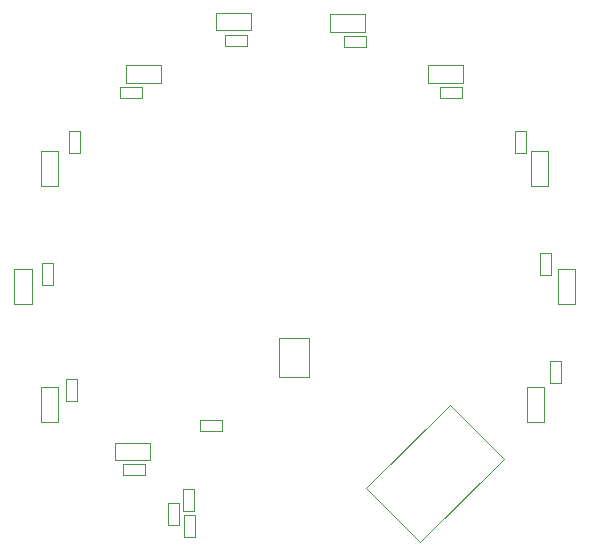
<source format=gbr>
%TF.GenerationSoftware,KiCad,Pcbnew,(5.1.10)-1*%
%TF.CreationDate,2021-10-31T13:05:10-04:00*%
%TF.ProjectId,CAN_Gauge,43414e5f-4761-4756-9765-2e6b69636164,rev?*%
%TF.SameCoordinates,Original*%
%TF.FileFunction,Other,User*%
%FSLAX46Y46*%
G04 Gerber Fmt 4.6, Leading zero omitted, Abs format (unit mm)*
G04 Created by KiCad (PCBNEW (5.1.10)-1) date 2021-10-31 13:05:10*
%MOMM*%
%LPD*%
G01*
G04 APERTURE LIST*
%ADD10C,0.050000*%
G04 APERTURE END LIST*
D10*
%TO.C,SW1*%
X143953763Y-116275231D02*
X139357569Y-111679037D01*
X146428637Y-104607969D02*
X151024831Y-109204163D01*
X151024831Y-109204163D02*
X143953763Y-116275231D01*
X146428637Y-104607969D02*
X139357569Y-111679037D01*
%TO.C,JP1*%
X131990500Y-98926000D02*
X131990500Y-102226000D01*
X131990500Y-98926000D02*
X134490500Y-98926000D01*
X134490500Y-102226000D02*
X131990500Y-102226000D01*
X134490500Y-102226000D02*
X134490500Y-98926000D01*
%TO.C,R5*%
X122610500Y-112902500D02*
X122610500Y-114762500D01*
X123550500Y-112902500D02*
X122610500Y-112902500D01*
X123550500Y-114762500D02*
X123550500Y-112902500D01*
X122610500Y-114762500D02*
X123550500Y-114762500D01*
%TO.C,C6*%
X124874000Y-115794000D02*
X124874000Y-113974000D01*
X123954000Y-115794000D02*
X124874000Y-115794000D01*
X123954000Y-113974000D02*
X123954000Y-115794000D01*
X124874000Y-113974000D02*
X123954000Y-113974000D01*
%TO.C,R30*%
X113911000Y-104285000D02*
X114851000Y-104285000D01*
X114851000Y-104285000D02*
X114851000Y-102425000D01*
X114851000Y-102425000D02*
X113911000Y-102425000D01*
X113911000Y-102425000D02*
X113911000Y-104285000D01*
%TO.C,D11*%
X111849229Y-106046158D02*
X113309229Y-106046158D01*
X113309229Y-106046158D02*
X113309229Y-103086158D01*
X113309229Y-103086158D02*
X111849229Y-103086158D01*
X111849229Y-103086158D02*
X111849229Y-106046158D01*
%TO.C,R29*%
X111879000Y-94506000D02*
X112819000Y-94506000D01*
X112819000Y-94506000D02*
X112819000Y-92646000D01*
X112819000Y-92646000D02*
X111879000Y-92646000D01*
X111879000Y-92646000D02*
X111879000Y-94506000D01*
%TO.C,R21*%
X114190400Y-83279200D02*
X115130400Y-83279200D01*
X115130400Y-83279200D02*
X115130400Y-81419200D01*
X115130400Y-81419200D02*
X114190400Y-81419200D01*
X114190400Y-81419200D02*
X114190400Y-83279200D01*
%TO.C,D9*%
X111034000Y-93112000D02*
X109574000Y-93112000D01*
X109574000Y-93112000D02*
X109574000Y-96072000D01*
X109574000Y-96072000D02*
X111034000Y-96072000D01*
X111034000Y-96072000D02*
X111034000Y-93112000D01*
%TO.C,D8*%
X111849229Y-86097842D02*
X113309229Y-86097842D01*
X113309229Y-86097842D02*
X113309229Y-83137842D01*
X113309229Y-83137842D02*
X111849229Y-83137842D01*
X111849229Y-83137842D02*
X111849229Y-86097842D01*
%TO.C,D3*%
X153298771Y-86097842D02*
X154758771Y-86097842D01*
X154758771Y-86097842D02*
X154758771Y-83137842D01*
X154758771Y-83137842D02*
X153298771Y-83137842D01*
X153298771Y-83137842D02*
X153298771Y-86097842D01*
%TO.C,D1*%
X152957500Y-106105000D02*
X154417500Y-106105000D01*
X154417500Y-106105000D02*
X154417500Y-103145000D01*
X154417500Y-103145000D02*
X152957500Y-103145000D01*
X152957500Y-103145000D02*
X152957500Y-106105000D01*
%TO.C,D10*%
X121068000Y-109292000D02*
X121068000Y-107832000D01*
X121068000Y-107832000D02*
X118108000Y-107832000D01*
X118108000Y-107832000D02*
X118108000Y-109292000D01*
X118108000Y-109292000D02*
X121068000Y-109292000D01*
%TO.C,R19*%
X120391000Y-77739000D02*
X118531000Y-77739000D01*
X120391000Y-78679000D02*
X120391000Y-77739000D01*
X118531000Y-78679000D02*
X120391000Y-78679000D01*
X118531000Y-77739000D02*
X118531000Y-78679000D01*
%TO.C,D7*%
X119060500Y-77347030D02*
X122020500Y-77347030D01*
X119060500Y-75887030D02*
X119060500Y-77347030D01*
X122020500Y-75887030D02*
X119060500Y-75887030D01*
X122020500Y-77347030D02*
X122020500Y-75887030D01*
%TO.C,R18*%
X129283000Y-74234000D02*
X129283000Y-73294000D01*
X129283000Y-73294000D02*
X127423000Y-73294000D01*
X127423000Y-73294000D02*
X127423000Y-74234000D01*
X127423000Y-74234000D02*
X129283000Y-74234000D01*
%TO.C,R17*%
X145580000Y-78679000D02*
X147440000Y-78679000D01*
X145580000Y-77739000D02*
X145580000Y-78679000D01*
X147440000Y-77739000D02*
X145580000Y-77739000D01*
X147440000Y-78679000D02*
X147440000Y-77739000D01*
%TO.C,R16*%
X137454000Y-74361000D02*
X139314000Y-74361000D01*
X137454000Y-73421000D02*
X137454000Y-74361000D01*
X139314000Y-73421000D02*
X137454000Y-73421000D01*
X139314000Y-74361000D02*
X139314000Y-73421000D01*
%TO.C,D6*%
X126689248Y-71442493D02*
X126689248Y-72902493D01*
X126689248Y-72902493D02*
X129649248Y-72902493D01*
X129649248Y-72902493D02*
X129649248Y-71442493D01*
X129649248Y-71442493D02*
X126689248Y-71442493D01*
%TO.C,D4*%
X147547500Y-75891500D02*
X144587500Y-75891500D01*
X147547500Y-77351500D02*
X147547500Y-75891500D01*
X144587500Y-77351500D02*
X147547500Y-77351500D01*
X144587500Y-75891500D02*
X144587500Y-77351500D01*
%TO.C,D5*%
X139292500Y-71573500D02*
X136332500Y-71573500D01*
X139292500Y-73033500D02*
X139292500Y-71573500D01*
X136332500Y-73033500D02*
X139292500Y-73033500D01*
X136332500Y-71573500D02*
X136332500Y-73033500D01*
%TO.C,R4*%
X124820500Y-113621500D02*
X124820500Y-111761500D01*
X123880500Y-113621500D02*
X124820500Y-113621500D01*
X123880500Y-111761500D02*
X123880500Y-113621500D01*
X124820500Y-111761500D02*
X123880500Y-111761500D01*
%TO.C,R9*%
X120645000Y-110556000D02*
X120645000Y-109616000D01*
X120645000Y-109616000D02*
X118785000Y-109616000D01*
X118785000Y-109616000D02*
X118785000Y-110556000D01*
X118785000Y-110556000D02*
X120645000Y-110556000D01*
%TO.C,R8*%
X154043000Y-93617000D02*
X154983000Y-93617000D01*
X154983000Y-93617000D02*
X154983000Y-91757000D01*
X154983000Y-91757000D02*
X154043000Y-91757000D01*
X154043000Y-91757000D02*
X154043000Y-93617000D01*
%TO.C,R7*%
X151947500Y-83330000D02*
X152887500Y-83330000D01*
X152887500Y-83330000D02*
X152887500Y-81470000D01*
X152887500Y-81470000D02*
X151947500Y-81470000D01*
X151947500Y-81470000D02*
X151947500Y-83330000D01*
%TO.C,R3*%
X127122000Y-106847600D02*
X127122000Y-105907600D01*
X127122000Y-105907600D02*
X125262000Y-105907600D01*
X125262000Y-105907600D02*
X125262000Y-106847600D01*
X125262000Y-106847600D02*
X127122000Y-106847600D01*
%TO.C,R2*%
X154932000Y-102761000D02*
X155872000Y-102761000D01*
X155872000Y-102761000D02*
X155872000Y-100901000D01*
X155872000Y-100901000D02*
X154932000Y-100901000D01*
X154932000Y-100901000D02*
X154932000Y-102761000D01*
%TO.C,D2*%
X157034000Y-93112000D02*
X155574000Y-93112000D01*
X155574000Y-93112000D02*
X155574000Y-96072000D01*
X155574000Y-96072000D02*
X157034000Y-96072000D01*
X157034000Y-96072000D02*
X157034000Y-93112000D01*
%TD*%
M02*

</source>
